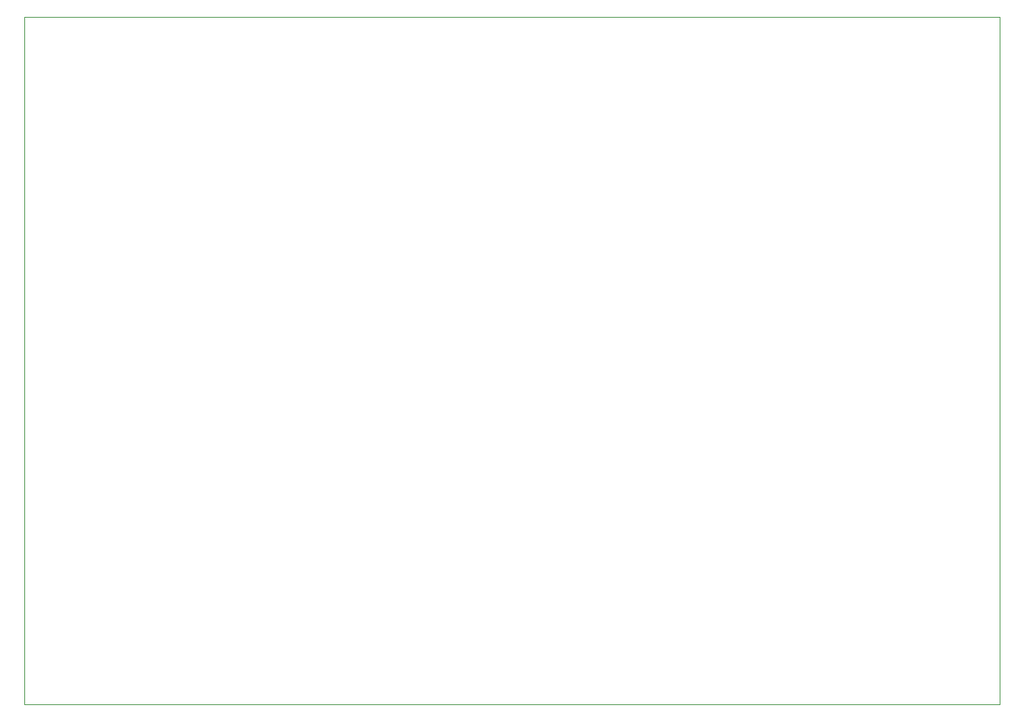
<source format=gbr>
%TF.GenerationSoftware,KiCad,Pcbnew,8.0.8*%
%TF.CreationDate,2025-04-04T13:43:43-04:00*%
%TF.ProjectId,bike_computer,62696b65-5f63-46f6-9d70-757465722e6b,0*%
%TF.SameCoordinates,Original*%
%TF.FileFunction,Profile,NP*%
%FSLAX46Y46*%
G04 Gerber Fmt 4.6, Leading zero omitted, Abs format (unit mm)*
G04 Created by KiCad (PCBNEW 8.0.8) date 2025-04-04 13:43:43*
%MOMM*%
%LPD*%
G01*
G04 APERTURE LIST*
%TA.AperFunction,Profile*%
%ADD10C,0.050000*%
%TD*%
G04 APERTURE END LIST*
D10*
X69856750Y-45301000D02*
X181856750Y-45301000D01*
X181856750Y-124301000D01*
X69856750Y-124301000D01*
X69856750Y-45301000D01*
M02*

</source>
